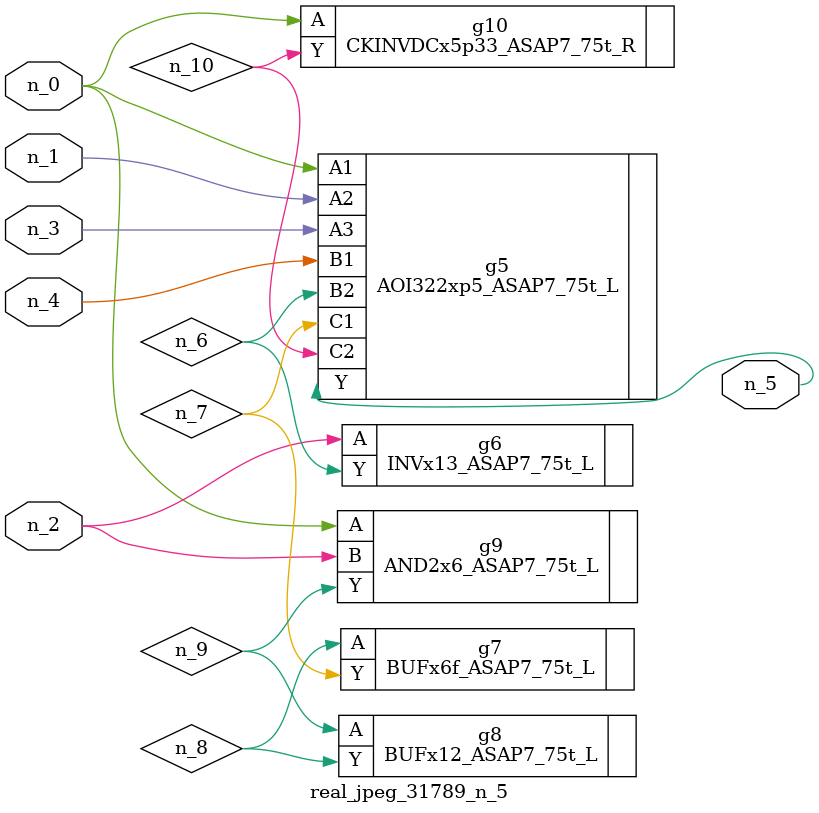
<source format=v>
module real_jpeg_31789_n_5 (n_4, n_0, n_1, n_2, n_3, n_5);

input n_4;
input n_0;
input n_1;
input n_2;
input n_3;

output n_5;

wire n_8;
wire n_6;
wire n_7;
wire n_10;
wire n_9;

AOI322xp5_ASAP7_75t_L g5 ( 
.A1(n_0),
.A2(n_1),
.A3(n_3),
.B1(n_4),
.B2(n_6),
.C1(n_7),
.C2(n_10),
.Y(n_5)
);

AND2x6_ASAP7_75t_L g9 ( 
.A(n_0),
.B(n_2),
.Y(n_9)
);

CKINVDCx5p33_ASAP7_75t_R g10 ( 
.A(n_0),
.Y(n_10)
);

INVx13_ASAP7_75t_L g6 ( 
.A(n_2),
.Y(n_6)
);

BUFx6f_ASAP7_75t_L g7 ( 
.A(n_8),
.Y(n_7)
);

BUFx12_ASAP7_75t_L g8 ( 
.A(n_9),
.Y(n_8)
);


endmodule
</source>
